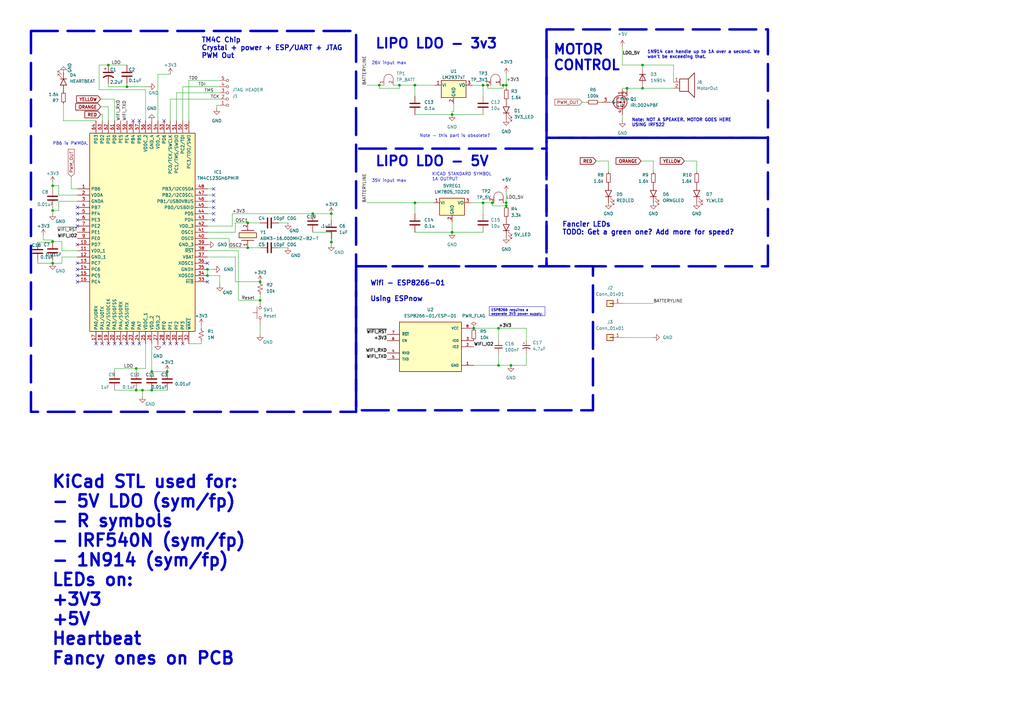
<source format=kicad_sch>
(kicad_sch (version 20231120) (generator "eeschema") (generator_version "8.0")
  (paper "A3")
  (title_block (title "ECE 445L Baseline Project") (date "2023-12-11") (rev "v1.0.0") (company "The University of Texas at Austin"))
  (lib_symbols
    (symbol "ABM3-16_000MHZ-B2-T:ABM3-16.000MHZ-B2-T" (pin_names hide)
      (property "Reference" "Y" (at 8.89 6.35 0))
      (property "Value" "ABM3-16.000MHZ-B2-T" (at 8.89 3.81 0))
      (symbol "ABM3-16.000MHZ-B2-T_1_1"
        (pin passive line (at 0 0 0) (length 2.54) (name "1") (number "1"))
        (pin passive line (at 10.16 0 180) (length 2.54) (name "2") (number "2"))
      )
    )
    (symbol "Connector_Generic:Conn_01x01" (pin_names (offset 1.016) hide)
      (property "Reference" "J" (at 0 2.54 0))
      (property "Value" "Conn_01x01" (at 0 -2.54 0))
      (symbol "Conn_01x01_1_1"
        (pin passive line (at -5.08 0 0) (length 3.81) (name "Pin_1") (number "1"))
      )
    )
    (symbol "Device:C_Polarized_Small_US" (pin_numbers hide) (pin_names (offset 0.254) hide)
      (property "Reference" "C" (at 0.254 1.778 0))
      (property "Value" "C_Polarized_Small_US" (at 0.254 -2.032 0))
      (symbol "C_Polarized_Small_US_1_1"
        (pin passive line (at 0 2.54 270) (length 2.032) (name "~") (number "1"))
        (pin passive line (at 0 -2.54 90) (length 2.032) (name "~") (number "2"))
      )
    )
    (symbol "Device:C_Small" (pin_numbers hide) (pin_names (offset 0.254) hide)
      (property "Reference" "C" (at 0.254 1.778 0))
      (property "Value" "C_Small" (at 0.254 -2.032 0))
      (symbol "C_Small_1_1"
        (pin passive line (at 0 2.54 270) (length 2.032) (name "~") (number "1"))
        (pin passive line (at 0 -2.54 90) (length 2.032) (name "~") (number "2"))
      )
    )
    (symbol "Device:R_Small" (pin_numbers hide) (pin_names (offset 0.254) hide)
      (property "Reference" "R" (at 0.762 0.508 0))
      (property "Value" "R_Small" (at 0.762 -1.016 0))
      (symbol "R_Small_1_1"
        (pin passive line (at 0 2.54 270) (length 0.762) (name "~") (number "1"))
        (pin passive line (at 0 -2.54 90) (length 0.762) (name "~") (number "2"))
      )
    )
    (symbol "Diode:1N914" (pin_numbers hide) (pin_names hide)
      (property "Reference" "D" (at 0 2.54 0))
      (property "Value" "1N914" (at 0 -2.54 0))
      (symbol "1N914_1_1"
        (pin passive line (at -3.81 0 0) (length 2.54) (name "K") (number "1"))
        (pin passive line (at 3.81 0 180) (length 2.54) (name "A") (number "2"))
      )
    )
    (symbol "ECE445L:C" (pin_numbers hide) (pin_names (offset 0.254))
      (property "Reference" "C" (at 0.635 2.54 0))
      (property "Value" "C" (at 0.635 -2.54 0))
      (symbol "C_1_1"
        (pin passive line (at 0 3.81 270) (length 2.794) (name "~") (number "1"))
        (pin passive line (at 0 -3.81 90) (length 2.794) (name "~") (number "2"))
      )
    )
    (symbol "ECE445L:C_Polarized" (pin_numbers hide) (pin_names (offset 0.254) hide)
      (property "Reference" "C" (at 0.635 2.54 0))
      (property "Value" "C_Polarized" (at 0.635 -2.54 0))
      (symbol "C_Polarized_1_1"
        (pin passive line (at 0 3.81 270) (length 2.794) (name "~") (number "1"))
        (pin passive line (at 0 -3.81 90) (length 3.302) (name "~") (number "2"))
      )
    )
    (symbol "ECE445L:Header_5" (pin_names (offset 0) hide)
      (property "Reference" "J" (at 0 2.794 0))
      (property "Value" "Header_5" (at 8.89 -9.525 0))
      (symbol "Header_5_1_1"
        (pin passive line (at 5.08 2.54 180) (length 2.54) (name "A") (number "1"))
        (pin passive line (at 5.08 0 180) (length 2.54) (name "B") (number "2"))
        (pin passive line (at 5.08 -2.54 180) (length 2.54) (name "C") (number "3"))
        (pin passive line (at 5.08 -5.08 180) (length 2.54) (name "C") (number "4"))
        (pin passive line (at 5.08 -7.62 180) (length 2.54) (name "C") (number "5"))
      )
    )
    (symbol "ECE445L:IRLD024PBF"
      (property "Reference" "Q" (at 6.35 5.715 0))
      (property "Value" "IRLD024PBF" (at 16.51 -1.905 0))
      (symbol "IRLD024PBF_1_1"
        (pin passive line (at 13.97 5.715 270) (length 2.54) (name "D") (number "1"))
        (pin passive line (at 15.875 5.715 270) (length 2.54) (name "D") (number "2"))
        (pin input line (at 5.08 0.635 0) (length 4) (name "G") (number "3"))
        (pin passive line (at 13.97 -4.445 90) (length 2.54) (name "S") (number "4"))
      )
    )
    (symbol "ECE445L:LED" (pin_numbers hide) (pin_names (offset 1.016) hide)
      (property "Reference" "D" (at 1.27 1.27 0))
      (property "Value" "LED" (at -5.08 -1.27 0))
      (symbol "LED_1_1"
        (pin passive line (at -1.27 -3.81 90) (length 2.54) (name "K") (number "1"))
        (pin passive line (at -1.27 3.81 270) (length 2.54) (name "A") (number "2"))
      )
    )
    (symbol "ECE445L:R_0.125W" (pin_numbers hide) (pin_names (offset 0.254) hide)
      (property "Reference" "R" (at 0.762 0.508 0))
      (property "Value" "R_0.125W" (at 0.762 -1.016 0))
      (symbol "R_0.125W_1_1"
        (pin passive line (at 0 2.54 270) (length 1.016) (name "~") (number "1"))
        (pin passive line (at 0 -2.54 90) (length 1.016) (name "~") (number "2"))
      )
    )
    (symbol "ECE445L:Speaker" (pin_names (offset 0) hide)
      (property "Reference" "J" (at 1.27 5.715 0))
      (property "Value" "Speaker" (at 1.27 3.81 0))
      (symbol "Speaker_1_1"
        (pin input line (at -5.08 0 0) (length 2.54) (name "1") (number "1"))
        (pin input line (at -5.08 -2.54 0) (length 2.54) (name "2") (number "2"))
      )
    )
    (symbol "ECE445L:TM4C123GH6PMIR"
      (property "Reference" "IC" (at 49.53 27.94 0))
      (property "Value" "TM4C123GH6PMIR" (at 49.53 25.4 0))
      (symbol "TM4C123GH6PMIR_1_1"
        (pin passive line (at 0 0 0) (length 5.08) (name "PB6") (number "1"))
        (pin passive line (at 0 -22.86 0) (length 5.08) (name "PD7") (number "10"))
        (pin passive line (at 0 -25.4 0) (length 5.08) (name "VDD_1") (number "11"))
        (pin passive line (at 0 -27.94 0) (length 5.08) (name "GND_1") (number "12"))
        (pin passive line (at 0 -30.48 0) (length 5.08) (name "PC7") (number "13"))
        (pin passive line (at 0 -33.02 0) (length 5.08) (name "PC6") (number "14"))
        (pin passive line (at 0 -35.56 0) (length 5.08) (name "PC5") (number "15"))
        (pin passive line (at 0 -38.1 0) (length 5.08) (name "PC4") (number "16"))
        (pin passive line (at 7.62 -63.5 90) (length 5.08) (name "PA0/U0RX") (number "17"))
        (pin passive line (at 10.16 -63.5 90) (length 5.08) (name "PA1/U0TX") (number "18"))
        (pin passive line (at 12.7 -63.5 90) (length 5.08) (name "PA2/SSI0C1K") (number "19"))
        (pin passive line (at 0 -2.54 0) (length 5.08) (name "VDDA") (number "2"))
        (pin passive line (at 15.24 -63.5 90) (length 5.08) (name "PA3/SSI0FSS") (number "20"))
        (pin passive line (at 17.78 -63.5 90) (length 5.08) (name "PA4/SSI0RX") (number "21"))
        (pin passive line (at 20.32 -63.5 90) (length 5.08) (name "PA5/SSI0TX") (number "22"))
        (pin passive line (at 22.86 -63.5 90) (length 5.08) (name "PA6") (number "23"))
        (pin passive line (at 25.4 -63.5 90) (length 5.08) (name "PA7") (number "24"))
        (pin passive line (at 27.94 -63.5 90) (length 5.08) (name "VDDC_1") (number "25"))
        (pin passive line (at 30.48 -63.5 90) (length 5.08) (name "VDD_2") (number "26"))
        (pin passive line (at 33.02 -63.5 90) (length 5.08) (name "GND_2") (number "27"))
        (pin passive line (at 35.56 -63.5 90) (length 5.08) (name "PF0") (number "28"))
        (pin passive line (at 38.1 -63.5 90) (length 5.08) (name "PF1") (number "29"))
        (pin passive line (at 0 -5.08 0) (length 5.08) (name "GNDA") (number "3"))
        (pin passive line (at 40.64 -63.5 90) (length 5.08) (name "PF2") (number "30"))
        (pin passive line (at 43.18 -63.5 90) (length 5.08) (name "PF3") (number "31"))
        (pin passive line (at 45.72 -63.5 90) (length 5.08) (name "~{WAKE}") (number "32"))
        (pin passive line (at 53.34 -38.1 180) (length 5.08) (name "~{HIB}") (number "33"))
        (pin passive line (at 53.34 -35.56 180) (length 5.08) (name "XOSC0") (number "34"))
        (pin passive line (at 53.34 -33.02 180) (length 5.08) (name "GNDX") (number "35"))
        (pin passive line (at 53.34 -30.48 180) (length 5.08) (name "XOSC1") (number "36"))
        (pin passive line (at 53.34 -27.94 180) (length 5.08) (name "VBAT") (number "37"))
        (pin passive line (at 53.34 -25.4 180) (length 5.08) (name "~{RST}") (number "38"))
        (pin passive line (at 53.34 -22.86 180) (length 5.08) (name "GND_3") (number "39"))
        (pin passive line (at 0 -7.62 0) (length 5.08) (name "PB7") (number "4"))
        (pin passive line (at 53.34 -20.32 180) (length 5.08) (name "OSC0") (number "40"))
        (pin passive line (at 53.34 -17.78 180) (length 5.08) (name "OSC1") (number "41"))
        (pin passive line (at 53.34 -15.24 180) (length 5.08) (name "VDD_3") (number "42"))
        (pin passive line (at 53.34 -12.7 180) (length 5.08) (name "PD4") (number "43"))
        (pin passive line (at 53.34 -10.16 180) (length 5.08) (name "PD5") (number "44"))
        (pin passive line (at 53.34 -7.62 180) (length 5.08) (name "PB0/USB0ID") (number "45"))
        (pin passive line (at 53.34 -5.08 180) (length 5.08) (name "PB1/USB0VBUS") (number "46"))
        (pin passive line (at 53.34 -2.54 180) (length 5.08) (name "PB2/I2C0SCL") (number "47"))
        (pin passive line (at 53.34 0 180) (length 5.08) (name "PB3/I2C0SDA") (number "48"))
        (pin passive line (at 45.72 27.94 270) (length 5.08) (name "PC3/TDO/SWO") (number "49"))
        (pin passive line (at 0 -10.16 0) (length 5.08) (name "PF4") (number "5"))
        (pin passive line (at 43.18 27.94 270) (length 5.08) (name "PC2/TDI") (number "50"))
        (pin passive line (at 40.64 27.94 270) (length 5.08) (name "PC1/TMS/SWDIO") (number "51"))
        (pin passive line (at 38.1 27.94 270) (length 5.08) (name "PC0/TCK/SWCLK") (number "52"))
        (pin passive line (at 35.56 27.94 270) (length 5.08) (name "PD6") (number "53"))
        (pin passive line (at 33.02 27.94 270) (length 5.08) (name "VDD_4") (number "54"))
        (pin passive line (at 30.48 27.94 270) (length 5.08) (name "GND_4") (number "55"))
        (pin passive line (at 27.94 27.94 270) (length 5.08) (name "VDDC_2") (number "56"))
        (pin passive line (at 25.4 27.94 270) (length 5.08) (name "PB5") (number "57"))
        (pin passive line (at 22.86 27.94 270) (length 5.08) (name "PB4") (number "58"))
        (pin passive line (at 20.32 27.94 270) (length 5.08) (name "PE4") (number "59"))
        (pin passive line (at 0 -12.7 0) (length 5.08) (name "PE3") (number "6"))
        (pin passive line (at 17.78 27.94 270) (length 5.08) (name "PE5") (number "60"))
        (pin passive line (at 15.24 27.94 270) (length 5.08) (name "PD0") (number "61"))
        (pin passive line (at 12.7 27.94 270) (length 5.08) (name "PD1") (number "62"))
        (pin passive line (at 10.16 27.94 270) (length 5.08) (name "PD2") (number "63"))
        (pin passive line (at 7.62 27.94 270) (length 5.08) (name "PD3") (number "64"))
        (pin passive line (at 0 -15.24 0) (length 5.08) (name "PE2") (number "7"))
        (pin passive line (at 0 -17.78 0) (length 5.08) (name "PE1") (number "8"))
        (pin passive line (at 0 -20.32 0) (length 5.08) (name "PE0") (number "9"))
      )
    )
    (symbol "ECE445L:Testpoint" (pin_names (offset 0) hide)
      (property "Reference" "TP" (at 0 2.794 0))
      (property "Value" "TP" (at 0 -2.286 0))
      (symbol "Testpoint_1_1"
        (pin passive line (at -1.905 0 90) (length 2.54) (name "A") (number "1"))
        (pin passive line (at 1.905 0 90) (length 2.54) (name "B") (number "2"))
      )
    )
    (symbol "GND_1" (power) (pin_numbers hide) (pin_names (offset 0) hide)
      (property "Value" "GND" (at 0 -3.81 0))
      (symbol "GND_1_1_1"
        (pin power_in line (at 0 0 270) (length 0) (name "~") (number "1"))
      )
    )
    (symbol "Regulator_Linear:LM2937xT" (pin_names (offset 0.254))
      (property "Reference" "U" (at -3.81 3.175 0))
      (property "Value" "LM2937xT" (at 0 3.175 0))
      (symbol "LM2937xT_1_1"
        (pin power_in line (at -7.62 0 0) (length 2.54) (name "VI") (number "1"))
        (pin power_in line (at 0 -7.62 90) (length 2.54) (name "GND") (number "2"))
        (pin power_out line (at 7.62 0 180) (length 2.54) (name "VO") (number "3"))
      )
    )
    (symbol "Regulator_Linear:LM7805_TO220" (pin_names (offset 0.254))
      (property "Reference" "U" (at -3.81 3.175 0))
      (property "Value" "LM7805_TO220" (at 0 3.175 0))
      (symbol "LM7805_TO220_1_1"
        (pin power_in line (at -7.62 0 0) (length 2.54) (name "VI") (number "1"))
        (pin power_in line (at 0 -7.62 90) (length 2.54) (name "GND") (number "2"))
        (pin power_out line (at 7.62 0 180) (length 2.54) (name "VO") (number "3"))
      )
    )
    (symbol "Switch:SW_Push" (pin_numbers hide) (pin_names (offset 1.016) hide)
      (property "Reference" "SW" (at 1.27 2.54 0))
      (property "Value" "SW_Push" (at 0 -1.524 0))
      (symbol "SW_Push_0_1"
        (pin passive line (at -5.08 0 0) (length 2.54) (name "1") (number "1"))
        (pin passive line (at 5.08 0 180) (length 2.54) (name "2") (number "2"))
      )
    )
    (symbol "ai_thinker_ESP8266_01:ESP8266-01/ESP-01" (pin_names (offset 1.016))
      (property "Reference" "U" (at -12.7094 10.6778 0))
      (property "Value" "ESP8266-01{slash}ESP-01" (at -12.7131 -12.7131 0))
      (symbol "ESP8266-01/ESP-01_0_0"
        (pin power_in line (at 17.78 -7.62 180) (length 5.08) (name "GND") (number "1"))
        (pin bidirectional line (at 17.78 0 180) (length 5.08) (name "IO2") (number "2"))
        (pin bidirectional line (at 17.78 2.54 180) (length 5.08) (name "IO0") (number "3"))
        (pin input line (at -17.78 -2.54 0) (length 5.08) (name "RXD") (number "4"))
        (pin output line (at -17.78 -5.08 0) (length 5.08) (name "TXD") (number "5"))
        (pin input line (at -17.78 2.54 0) (length 5.08) (name "EN") (number "6"))
        (pin input line (at -17.78 5.08 0) (length 5.08) (name "~{RST}") (number "7"))
        (pin power_in line (at 17.78 7.62 180) (length 5.08) (name "VCC") (number "8"))
      )
    )
    (symbol "power:+3V3" (power) (pin_names (offset 0))
      (property "Value" "+3V3" (at 0 3.556 0))
      (symbol "+3V3_1_1"
        (pin power_in line (at 0 0 90) (length 0) hide (name "+3V3") (number "1"))
      )
    )
    (symbol "power:+5V" (power) (pin_names (offset 0))
      (property "Value" "+5V" (at 0 3.556 0))
      (symbol "+5V_1_1"
        (pin power_in line (at 0 0 90) (length 0) hide (name "+5V") (number "1"))
      )
    )
    (symbol "power:GND" (power) (pin_names (offset 0))
      (property "Value" "GND" (at 0 -3.81 0))
      (symbol "GND_1_1"
        (pin power_in line (at 0 0 270) (length 0) hide (name "GND") (number "1"))
      )
    )
    (symbol "power:PWR_FLAG" (power) (pin_numbers hide) (pin_names (offset 0) hide)
      (property "Value" "PWR_FLAG" (at 0 3.81 0))
      (symbol "PWR_FLAG_0_0"
        (pin power_out line (at 0 0 90) (length 0) (name "pwr") (number "1"))
      )
    )
  )
  (junction (at 257.175 36.195))
  (junction (at 101.6 101.6))
  (junction (at 185.42 46.99))
  (junction (at 207.645 84.455))
  (junction (at 198.12 34.925))
  (junction (at 207.645 83.185))
  (junction (at 128.27 87.63))
  (junction (at 44.45 26.67))
  (junction (at 207.645 34.925))
  (junction (at 21.59 86.36))
  (junction (at 85.09 113.03))
  (junction (at 55.88 160.02))
  (junction (at 170.18 34.925))
  (junction (at 62.23 160.02))
  (junction (at 58.42 160.02))
  (junction (at 106.68 123.19))
  (junction (at 135.89 99.314))
  (junction (at 101.6 91.44))
  (junction (at 135.89 87.63))
  (junction (at 155.575 34.925))
  (junction (at 194.31 134.62))
  (junction (at 55.88 151.13))
  (junction (at 21.59 107.95))
  (junction (at 209.55 149.86))
  (junction (at 170.18 83.185))
  (junction (at 21.59 76.2))
  (junction (at 201.93 83.185))
  (junction (at 263.525 36.195))
  (junction (at 68.58 152.4))
  (junction (at 52.07 35.56))
  (junction (at 200.025 34.925))
  (junction (at 206.375 34.925))
  (junction (at 185.42 95.25))
  (junction (at 204.47 149.86))
  (junction (at 21.59 99.06))
  (junction (at 106.68 115.57))
  (junction (at 85.09 110.49))
  (junction (at 263.525 26.67))
  (junction (at 163.83 34.925))
  (junction (at 198.12 83.185))
  (junction (at 204.47 134.62))
  (junction (at 62.23 152.4))
  (no_connect (at 52.07 140.97))
  (no_connect (at 74.93 140.97))
  (no_connect (at 31.75 100.33))
  (no_connect (at 69.85 140.97))
  (no_connect (at 44.45 140.97))
  (no_connect (at 67.31 49.53))
  (no_connect (at 72.39 140.97))
  (no_connect (at 87.63 80.01))
  (no_connect (at 31.75 87.63))
  (no_connect (at 46.99 140.97))
  (no_connect (at 41.91 140.97))
  (no_connect (at 87.63 85.09))
  (no_connect (at 31.75 85.09))
  (no_connect (at 31.75 107.95))
  (no_connect (at 31.75 115.57))
  (no_connect (at 87.63 82.55))
  (no_connect (at 67.31 140.97))
  (no_connect (at 87.63 77.47))
  (no_connect (at 49.53 140.97))
  (no_connect (at 54.61 49.53))
  (no_connect (at 87.63 87.63))
  (no_connect (at 31.75 110.49))
  (no_connect (at 57.15 49.53))
  (no_connect (at 54.61 140.97))
  (no_connect (at 85.09 107.95))
  (no_connect (at 31.75 92.71))
  (no_connect (at 39.37 140.97))
  (no_connect (at 87.63 90.17))
  (no_connect (at 31.75 113.03))
  (no_connect (at 57.15 140.97))
  (no_connect (at 85.09 115.57))
  (no_connect (at 31.75 90.17))
  (wire (pts (xy 52.07 35.56) (xy 60.96 35.56)))
  (wire (pts (xy 29.21 72.39) (xy 29.21 77.47)))
  (wire (pts (xy 41.275 40.64) (xy 46.99 40.64)))
  (wire (pts (xy 77.47 33.02) (xy 77.47 49.53)))
  (wire (pts (xy 82.55 133.35) (xy 82.55 134.62)))
  (wire (pts (xy 255.27 36.195) (xy 257.175 36.195)))
  (wire (pts (xy 25.4 105.41) (xy 25.4 107.95)))
  (wire (pts (xy 21.59 98.425) (xy 21.59 99.06)))
  (wire (pts (xy 88.9 43.18) (xy 90.17 43.18)))
  (wire (pts (xy 170.18 34.925) (xy 170.18 39.37)))
  (wire (pts (xy 85.09 85.09) (xy 87.63 85.09)))
  (wire (pts (xy 85.09 97.79) (xy 93.98 97.79)))
  (wire (pts (xy 85.09 95.25) (xy 96.52 95.25)))
  (wire (pts (xy 198.12 46.99) (xy 185.42 46.99)))
  (wire (pts (xy 170.18 34.925) (xy 178.435 34.925)))
  (wire (pts (xy 204.47 144.78) (xy 204.47 149.86)))
  (wire (pts (xy 255.27 46.99) (xy 255.27 49.53)))
  (wire (pts (xy 88.9 44.45) (xy 88.9 43.18)))
  (wire (pts (xy 186.055 45.72) (xy 185.42 45.72)))
  (wire (pts (xy 44.45 35.56) (xy 52.07 35.56)))
  (wire (pts (xy 21.59 107.95) (xy 21.59 106.68)))
  (wire (pts (xy 200.025 34.925) (xy 201.295 34.925)))
  (wire (pts (xy 193.675 34.925) (xy 198.12 34.925)))
  (wire (pts (xy 257.175 36.195) (xy 257.175 36.83)))
  (polyline (pts (xy 224.155 60.96) (xy 224.155 109.22)) (stroke (width 1) (type dash)))
  (wire (pts (xy 128.27 95.25) (xy 136.144 95.25)))
  (wire (pts (xy 44.45 34.29) (xy 44.45 35.56)))
  (wire (pts (xy 59.69 151.13) (xy 55.88 151.13)))
  (wire (pts (xy 194.31 134.62) (xy 204.47 134.62)))
  (wire (pts (xy 85.09 80.01) (xy 87.63 80.01)))
  (wire (pts (xy 41.275 46.99) (xy 41.91 46.99)))
  (wire (pts (xy 52.07 34.29) (xy 52.07 35.56)))
  (wire (pts (xy 40.64 26.67) (xy 44.45 26.67)))
  (polyline (pts (xy 224.155 12.7) (xy 224.155 60.96)) (stroke (width 1) (type dash)))
  (wire (pts (xy 170.18 83.185) (xy 177.8 83.185)))
  (wire (pts (xy 93.98 101.6) (xy 101.6 101.6)))
  (wire (pts (xy 21.59 74.93) (xy 21.59 76.2)))
  (wire (pts (xy 95.25 87.63) (xy 128.27 87.63)))
  (wire (pts (xy 95.25 92.71) (xy 95.25 87.63)))
  (wire (pts (xy 101.6 101.6) (xy 106.68 101.6)))
  (wire (pts (xy 29.21 77.47) (xy 31.75 77.47)))
  (wire (pts (xy 135.89 87.63) (xy 135.89 90.17)))
  (wire (pts (xy 93.98 97.79) (xy 93.98 101.6)))
  (wire (pts (xy 106.68 120.65) (xy 106.68 123.19)))
  (wire (pts (xy 96.52 91.44) (xy 101.6 91.44)))
  (wire (pts (xy 207.645 83.185) (xy 207.645 84.455)))
  (wire (pts (xy 40.64 36.83) (xy 40.64 26.67)))
  (wire (pts (xy 215.9 144.78) (xy 215.9 149.86)))
  (wire (pts (xy 24.13 80.01) (xy 31.75 80.01)))
  (wire (pts (xy 200.025 36.195) (xy 206.375 36.195)))
  (wire (pts (xy 26.035 42.545) (xy 26.035 49.53)))
  (wire (pts (xy 198.12 34.925) (xy 198.12 39.37)))
  (wire (pts (xy 155.575 34.925) (xy 155.575 36.195)))
  (wire (pts (xy 62.23 160.02) (xy 68.58 160.02)))
  (wire (pts (xy 198.12 95.25) (xy 185.42 95.25)))
  (wire (pts (xy 267.97 66.04) (xy 267.97 70.485)))
  (wire (pts (xy 15.494 106.934) (xy 15.494 107.95)))
  (wire (pts (xy 244.475 66.04) (xy 249.555 66.04)))
  (wire (pts (xy 85.09 87.63) (xy 87.63 87.63)))
  (wire (pts (xy 90.17 38.1) (xy 72.39 38.1)))
  (wire (pts (xy 97.79 123.19) (xy 106.68 123.19)))
  (wire (pts (xy 41.91 46.99) (xy 41.91 49.53)))
  (wire (pts (xy 17.78 98.425) (xy 21.59 98.425)))
  (polyline (pts (xy 147.32 60.96) (xy 224.155 60.96)) (stroke (width 1) (type dash)))
  (wire (pts (xy 85.09 77.47) (xy 87.63 77.47)))
  (wire (pts (xy 255.27 138.43) (xy 267.97 138.43)))
  (wire (pts (xy 59.69 140.97) (xy 59.69 151.13)))
  (polyline (pts (xy 147.32 109.22) (xy 224.155 109.22)) (stroke (width 1) (type dash)))
  (wire (pts (xy 96.52 115.57) (xy 106.68 115.57)))
  (wire (pts (xy 206.375 36.195) (xy 206.375 34.925)))
  (wire (pts (xy 136.144 99.314) (xy 135.89 99.314)))
  (wire (pts (xy 72.39 38.1) (xy 72.39 49.53)))
  (wire (pts (xy 77.47 33.02) (xy 90.17 33.02)))
  (wire (pts (xy 26.035 49.53) (xy 39.37 49.53)))
  (wire (pts (xy 24.13 82.55) (xy 31.75 82.55)))
  (wire (pts (xy 59.69 36.83) (xy 59.69 49.53)))
  (wire (pts (xy 69.85 40.64) (xy 90.17 40.64)))
  (wire (pts (xy 82.55 140.97) (xy 82.55 139.7)))
  (wire (pts (xy 204.47 134.62) (xy 204.47 139.7)))
  (wire (pts (xy 150.495 83.185) (xy 170.18 83.185)))
  (wire (pts (xy 238.76 41.91) (xy 240.665 41.91)))
  (wire (pts (xy 204.47 149.86) (xy 209.55 149.86)))
  (wire (pts (xy 24.13 82.55) (xy 24.13 86.36)))
  (wire (pts (xy 24.13 86.36) (xy 21.59 86.36)))
  (wire (pts (xy 263.525 26.67) (xy 263.525 27.94)))
  (wire (pts (xy 186.055 42.545) (xy 186.055 45.72)))
  (wire (pts (xy 85.09 102.87) (xy 97.79 102.87)))
  (wire (pts (xy 207.645 34.925) (xy 207.645 30.48)))
  (wire (pts (xy 21.59 76.2) (xy 21.59 77.47)))
  (wire (pts (xy 200.025 34.925) (xy 200.025 36.195)))
  (wire (pts (xy 114.3 91.44) (xy 118.11 91.44)))
  (wire (pts (xy 198.12 34.925) (xy 200.025 34.925)))
  (wire (pts (xy 74.93 35.56) (xy 90.17 35.56)))
  (wire (pts (xy 21.59 85.09) (xy 21.59 86.36)))
  (wire (pts (xy 62.23 140.97) (xy 62.23 152.4)))
  (wire (pts (xy 55.88 160.02) (xy 58.42 160.02)))
  (wire (pts (xy 17.78 96.52) (xy 17.78 98.425)))
  (wire (pts (xy 280.67 66.04) (xy 285.75 66.04)))
  (wire (pts (xy 85.09 90.17) (xy 87.63 90.17)))
  (wire (pts (xy 249.555 66.04) (xy 249.555 70.485)))
  (wire (pts (xy 255.27 124.46) (xy 267.97 124.46)))
  (wire (pts (xy 69.85 49.53) (xy 69.85 40.64)))
  (wire (pts (xy 128.27 87.63) (xy 135.89 87.63)))
  (wire (pts (xy 44.45 43.815) (xy 44.45 49.53)))
  (wire (pts (xy 207.645 83.185) (xy 207.645 78.74)))
  (wire (pts (xy 205.105 34.925) (xy 206.375 34.925)))
  (wire (pts (xy 97.79 102.87) (xy 97.79 123.19)))
  (wire (pts (xy 90.17 113.03) (xy 90.17 116.84)))
  (wire (pts (xy 96.52 105.41) (xy 96.52 115.57)))
  (wire (pts (xy 85.09 105.41) (xy 96.52 105.41)))
  (wire (pts (xy 201.93 84.455) (xy 207.645 84.455)))
  (wire (pts (xy 185.42 90.805) (xy 185.42 95.25)))
  (wire (pts (xy 40.64 36.83) (xy 59.69 36.83)))
  (wire (pts (xy 198.12 83.185) (xy 201.93 83.185)))
  (wire (pts (xy 155.575 34.925) (xy 157.48 34.925)))
  (wire (pts (xy 285.75 66.04) (xy 285.75 70.485)))
  (wire (pts (xy 46.99 160.02) (xy 55.88 160.02)))
  (wire (pts (xy 77.47 140.97) (xy 82.55 140.97)))
  (wire (pts (xy 85.09 82.55) (xy 87.63 82.55)))
  (wire (pts (xy 276.225 33.655) (xy 276.225 26.67)))
  (wire (pts (xy 46.99 151.13) (xy 55.88 151.13)))
  (wire (pts (xy 194.31 149.86) (xy 204.47 149.86)))
  (wire (pts (xy 276.225 26.67) (xy 263.525 26.67)))
  (wire (pts (xy 193.04 83.185) (xy 198.12 83.185)))
  (wire (pts (xy 41.275 43.815) (xy 44.45 43.815)))
  (wire (pts (xy 62.23 160.02) (xy 58.42 160.02)))
  (wire (pts (xy 31.75 105.41) (xy 25.4 105.41)))
  (wire (pts (xy 201.93 83.185) (xy 202.565 83.185)))
  (wire (pts (xy 136.144 95.25) (xy 136.144 99.314)))
  (wire (pts (xy 44.45 26.67) (xy 52.07 26.67)))
  (wire (pts (xy 85.09 110.49) (xy 85.09 113.03)))
  (wire (pts (xy 207.645 34.925) (xy 207.645 36.195)))
  (wire (pts (xy 206.375 34.925) (xy 207.645 34.925)))
  (wire (pts (xy 263.525 35.56) (xy 263.525 36.195)))
  (wire (pts (xy 161.29 34.925) (xy 163.83 34.925)))
  (wire (pts (xy 135.89 97.79) (xy 135.89 99.314)))
  (wire (pts (xy 24.13 80.01) (xy 24.13 76.2)))
  (wire (pts (xy 21.59 86.36) (xy 21.59 87.63)))
  (wire (pts (xy 170.18 46.99) (xy 185.42 46.99)))
  (wire (pts (xy 255.27 19.05) (xy 255.27 26.67)))
  (wire (pts (xy 106.68 133.35) (xy 106.68 137.16)))
  (wire (pts (xy 163.83 36.195) (xy 163.83 34.925)))
  (wire (pts (xy 25.4 102.87) (xy 31.75 102.87)))
  (wire (pts (xy 185.42 46.99) (xy 185.42 45.72)))
  (wire (pts (xy 201.93 83.185) (xy 201.93 84.455)))
  (wire (pts (xy 263.525 26.67) (xy 255.27 26.67)))
  (wire (pts (xy 25.4 99.06) (xy 25.4 102.87)))
  (wire (pts (xy 21.59 99.06) (xy 25.4 99.06)))
  (wire (pts (xy 25.4 107.95) (xy 21.59 107.95)))
  (wire (pts (xy 215.9 139.7) (xy 215.9 134.62)))
  (wire (pts (xy 204.47 134.62) (xy 215.9 134.62)))
  (wire (pts (xy 21.59 107.95) (xy 15.494 107.95)))
  (wire (pts (xy 209.55 149.86) (xy 215.9 149.86)))
  (wire (pts (xy 85.09 113.03) (xy 90.17 113.03)))
  (wire (pts (xy 87.63 110.49) (xy 85.09 110.49)))
  (wire (pts (xy 262.89 66.04) (xy 267.97 66.04)))
  (wire (pts (xy 15.494 99.314) (xy 21.59 99.314)))
  (wire (pts (xy 96.52 95.25) (xy 96.52 91.44)))
  (wire (pts (xy 21.59 76.2) (xy 24.13 76.2)))
  (wire (pts (xy 135.89 99.314) (xy 135.89 100.33)))
  (wire (pts (xy 245.745 41.91) (xy 246.38 41.91)))
  (wire (pts (xy 64.77 49.53) (xy 64.77 30.48)))
  (wire (pts (xy 85.09 92.71) (xy 95.25 92.71)))
  (wire (pts (xy 46.99 152.4) (xy 46.99 151.13)))
  (wire (pts (xy 62.23 152.4) (xy 68.58 152.4)))
  (wire (pts (xy 21.59 99.314) (xy 21.59 99.06)))
  (wire (pts (xy 114.3 101.6) (xy 118.11 101.6)))
  (wire (pts (xy 198.12 83.185) (xy 198.12 87.63)))
  (wire (pts (xy 263.525 36.195) (xy 276.225 36.195)))
  (wire (pts (xy 55.88 151.13) (xy 55.88 152.4)))
  (wire (pts (xy 155.575 36.195) (xy 163.83 36.195)))
  (wire (pts (xy 255.27 36.195) (xy 255.27 36.83)))
  (wire (pts (xy 46.99 40.64) (xy 46.99 49.53)))
  (wire (pts (xy 101.6 91.44) (xy 106.68 91.44)))
  (wire (pts (xy 206.375 83.185) (xy 207.645 83.185)))
  (wire (pts (xy 150.495 34.925) (xy 155.575 34.925)))
  (wire (pts (xy 74.93 49.53) (xy 74.93 35.56)))
  (wire (pts (xy 163.83 34.925) (xy 170.18 34.925)))
  (wire (pts (xy 58.42 160.02) (xy 58.42 162.56)))
  (wire (pts (xy 64.77 30.48) (xy 69.85 30.48)))
  (wire (pts (xy 170.18 95.25) (xy 185.42 95.25)))
  (wire (pts (xy 257.175 36.195) (xy 263.525 36.195)))
  (wire (pts (xy 170.18 83.185) (xy 170.18 87.63)))
  (rectangle (start 224.155 56.515) (end 314.96 109.22) (stroke (width 1) (type dash)))
  (rectangle (start 224.155 12.065) (end 314.96 56.515) (stroke (width 1) (type dash)))
  (rectangle (start 12.7 12.7) (end 146.05 168.91) (stroke (width 1) (type dash)))
  (rectangle (start 146.05 109.22) (end 243.205 168.275) (stroke (width 1) (type dash)))
  (text_box "ESP8266 requires a separate 3V3 power supply." (at 200.66 125.73 0) (size 22.86 3.81) (effects (font (size 1 1) (bold yes)) (justify left top)))
  (text "Note - this part is obsolete?" (at 172.085 56.515 0) (effects (font (size 1.27 1.27)) (justify left bottom)))
  (text "35V input max" (at 152.4 74.93 0) (effects (font (size 1.27 1.27)) (justify left bottom)))
  (text "KICAD STANDARD SYMBOL\n1A OUTPUT" (at 177.165 74.295 0) (effects (font (size 1.27 1.27)) (justify left bottom)))
  (text "TM4C Chip\nCrystal + power + ESP/UART + JTAG\nPWM Out" (at 82.55 24.13 0) (effects (font (size 2 2) (thickness 0.4) (bold yes)) (justify left bottom)))
  (text "Fancier LEDs\nTODO: Get a green one? Add more for speed?" (at 230.505 96.52 0) (effects (font (size 2 2) (bold yes)) (justify left bottom)))
  (text "1N914 can handle up to 1A over a second. We\nwon't be exceeding that." (at 265.43 24.13 0) (effects (font (size 1.27 1.27) (bold yes)) (justify left bottom)))
  (text "LIPO LDO - 5V" (at 153.67 68.58 0) (effects (font (size 4 4) (thickness 0.8) (bold yes)) (justify left bottom)))
  (text "KiCad STL used for:\n- 5V LDO (sym/fp)\n- R symbols\n- IRF540N (sym/fp)\n- 1N914 (sym/fp)\nLEDs on:\n+3V3\n+5V\nHeartbeat\nFancy ones on PCB" (at 20.955 273.05 0) (effects (font (size 5 5) (bold yes)) (justify left bottom)))
  (text "MOTOR\nCONTROL" (at 226.695 29.21 0) (effects (font (size 4 4) (bold yes)) (justify left bottom)))
  (text "Wifi - ESP8266-01\n\nUsing ESPnow" (at 151.765 123.825 0) (effects (font (size 2 2) (thickness 0.4) (bold yes)) (justify left bottom)))
  (text "26V input max" (at 152.4 26.67 0) (effects (font (size 1.27 1.27)) (justify left bottom)))
  (text "LIPO LDO - 3v3" (at 153.67 20.32 0) (effects (font (size 4 4) (thickness 0.8) (bold yes)) (justify left bottom)))
  (text "Note: NOT A SPEAKER. MOTOR GOES HERE\nUSING IRF522" (at 259.08 52.07 0) (effects (font (size 1.27 1.27) (bold yes)) (justify left bottom)))
  (text "PB6 is PWM0A." (at 21.59 59.69 0) (effects (font (size 1.27 1.27)) (justify left bottom)))
  (label "+3V3" (at 204.47 134.62 0) (effects (font (bold yes))))
  (label "LDO" (at 45.72 26.67 0))
  (label "OSC2" (at 93.98 101.6 0))
  (label "TCK" (at 86.36 40.64 0))
  (label "Reset" (at 99.06 123.19 0))
  (label "WIFI_TXD" (at 52.07 49.53 90))
  (label "WIFI_IO2" (at 31.75 97.79 180) (effects (font (bold yes))))
  (label "OSC1" (at 96.52 91.44 0))
  (label "+3V3" (at 95.25 87.63 0))
  (label "WIFI_RXD" (at 49.53 49.53 90))
  (label "~{WIFI_RST}" (at 31.75 95.25 180))
  (label "BATTERYLINE" (at 150.495 34.925 90))
  (label "+3V3" (at 207.645 33.655 0))
  (label "+3V3" (at 158.75 139.7 180) (effects (font (bold yes))))
  (label "BATTERYLINE" (at 150.495 83.185 90))
  (label "WIFI_IO2" (at 194.31 142.24 0) (effects (font (bold yes))))
  (label "LDO_5V" (at 255.27 22.86 0) (effects (font (bold yes))))
  (label "LDO_5V" (at 207.645 81.915 0))
  (label "LDO" (at 50.8 151.13 0))
  (label "TD0" (at 77.47 33.02 0))
  (label "TDI" (at 81.28 35.56 0))
  (label "BATTERYLINE" (at 267.97 124.46 0))
  (label "TMS" (at 83.82 38.1 0))
  (label "WIFI_TXD" (at 158.75 147.32 180) (effects (font (bold yes))))
  (label "~{WIFI_RST}" (at 158.75 137.16 180) (effects (font (bold yes))))
  (label "WIFI_RXD" (at 158.75 144.78 180) (effects (font (bold yes))))
  (global_label "ORANGE" (shape input) (at 41.275 43.815 180) (effects (font (bold yes))) (property "Intersheetrefs" "${INTERSHEET_REFS}" (effects (hide yes))))
  (global_label "PWM_OUT" (shape input) (at 29.21 72.39 90) (property "Intersheetrefs" "${INTERSHEET_REFS}" (effects (hide yes))))
  (global_label "YELLOW" (shape input) (at 280.67 66.04 180) (effects (font (bold yes))) (property "Intersheetrefs" "${INTERSHEET_REFS}" (effects (hide yes))))
  (global_label "PWM_OUT" (shape input) (at 238.76 41.91 180) (property "Intersheetrefs" "${INTERSHEET_REFS}" (effects (hide yes))))
  (global_label "RED" (shape input) (at 41.275 46.99 180) (effects (font (bold yes))) (property "Intersheetrefs" "${INTERSHEET_REFS}" (effects (hide yes))))
  (global_label "RED" (shape input) (at 244.475 66.04 180) (effects (font (bold yes))) (property "Intersheetrefs" "${INTERSHEET_REFS}" (effects (hide yes))))
  (global_label "ORANGE" (shape input) (at 262.89 66.04 180) (effects (font (bold yes))) (property "Intersheetrefs" "${INTERSHEET_REFS}" (effects (hide yes))))
  (global_label "YELLOW" (shape input) (at 41.275 40.64 180) (effects (font (bold yes))) (property "Intersheetrefs" "${INTERSHEET_REFS}" (effects (hide yes))))
  (symbol (lib_id "Device:R_Small") (at 243.205 41.91 90) (unit 1)
    (property "Reference" "R6" (at 243.205 36.83 90))
    (property "Value" "100k" (at 243.205 39.37 90))
    (property "Footprint" "ECE445L:R_Axial_DIN0204_L3.6mm_D1.6mm_P7.62mm_Horizontal" (effects (hide yes)))
  )
  (symbol (lib_id "power:GND") (at 118.11 91.44 0) (unit 1)
    (property "Reference" "#PWR014" (effects (hide yes)))
    (property "Value" "GND" (at 120.65 94.615 0))
  )
  (symbol (lib_id "power:GND") (at 60.96 35.56 90) (unit 1)
    (property "Reference" "#PWR09" (effects (hide yes)))
    (property "Value" "GND" (at 60.96 38.1 90) (effects (justify right)))
  )
  (symbol (lib_id "ECE445L:C") (at 21.59 102.87 0) (unit 1)
    (property "Reference" "C7" (at 17.78 100.33 0) (effects (justify left)))
    (property "Value" "0.1uF" (at 16.51 105.41 0) (effects (justify left)))
    (property "Footprint" "ECE445L:C_Axial_200mil" (effects (hide yes)))
  )
  (symbol (lib_id "power:GND") (at 207.645 48.895 0) (unit 1)
    (property "Reference" "#PWR025" (effects (hide yes)))
    (property "Value" "GND" (at 207.645 53.975 0))
  )
  (symbol (lib_id "ECE445L:C") (at 128.27 91.44 0) (unit 1)
    (property "Reference" "C19" (at 125.73 88.9 0) (effects (justify left)))
    (property "Value" ".1uF" (at 131.445 92.71 0) (effects (justify left)))
    (property "Footprint" "ECE445L:C_Axial_200mil" (effects (hide yes)))
  )
  (symbol (lib_id "Device:C_Polarized_Small_US") (at 215.9 142.24 0) (unit 1)
    (property "Reference" "C17" (at 218.44 140.5382 0) (effects (justify left)))
    (property "Value" "4.7uF" (at 218.44 143.0782 0) (effects (justify left)))
    (property "Footprint" "Capacitor_THT:CP_Axial_L10.0mm_D4.5mm_P15.00mm_Horizontal" (effects (hide yes)))
  )
  (symbol (lib_id "power:+3V3") (at 68.58 152.4 0) (unit 1)
    (property "Reference" "#PWR021" (effects (hide yes)))
    (property "Value" "+3V3" (at 68.58 148.59 0))
  )
  (symbol (lib_id "ECE445L:LED") (at 208.915 93.345 0) (unit 1)
    (property "Reference" "D2" (at 210.82 93.6625 0) (effects (justify left)))
    (property "Value" "5V_LED" (at 210.82 96.2025 0) (effects (justify left)))
    (property "Footprint" "ECE445L:LED_D5.0mm" (effects (hide yes)))
    (property "Datasheet" "https://users.ece.utexas.edu/~valvano/mspm0/HLMP-4700.pdf" (effects (hide yes)))
  )
  (symbol (lib_id "ECE445L:C") (at 170.18 91.44 0) (unit 1)
    (property "Reference" "C14" (at 173.99 90.17 0) (effects (justify left)))
    (property "Value" "0.1u" (at 173.99 92.71 0) (effects (justify left)))
    (property "Footprint" "ECE445L:C_Axial_200mil" (effects (hide yes)))
  )
  (symbol (lib_id "Device:R_Small") (at 26.035 40.005 180) (unit 1)
    (property "Reference" "R7" (at 24.13 41.275 0) (effects (justify left)))
    (property "Value" "1.6k" (at 24.13 38.735 0) (effects (justify left)))
    (property "Footprint" "ECE445L:R_Axial_DIN0204_L3.6mm_D1.6mm_P7.62mm_Horizontal" (effects (hide yes)))
  )
  (symbol (lib_id "ECE445L:Testpoint") (at 159.385 34.925 0) (unit 1)
    (property "Reference" "TP1" (at 162.56 30.1624 0) (effects (justify left)))
    (property "Value" "TP_BATT" (at 162.56 32.7024 0) (effects (justify left)))
    (property "Footprint" "ECE445L:Testpoint_1x02_P2.54mm" (effects (hide yes)))
  )
  (symbol (lib_id "power:GND") (at 62.23 49.53 180) (unit 1)
    (property "Reference" "#PWR06" (effects (hide yes)))
    (property "Value" "GND" (at 62.23 44.45 0))
  )
  (symbol (lib_name "GND_1") (lib_id "power:GND") (at 267.97 138.43 90) (unit 1)
    (property "Reference" "#PWR022" (effects (hide yes)))
    (property "Value" "GND" (at 271.78 138.4299 90) (effects (justify right)))
    (property "Description" "Power symbol creates a global label with name \"GND\" , ground" (effects (hide yes)))
  )
  (symbol (lib_id "Device:R_Small") (at 207.645 86.995 0) (unit 1)
    (property "Reference" "R4" (at 209.55 85.725 0) (effects (justify left)))
    (property "Value" "3.3k" (at 209.55 88.265 0) (effects (justify left)))
    (property "Footprint" "ECE445L:R_Axial_DIN0204_L3.6mm_D1.6mm_P7.62mm_Horizontal" (effects (hide yes)))
  )
  (symbol (lib_id "Device:R_Small") (at 194.31 137.16 0) (unit 1)
    (property "Reference" "R5" (at 196.85 135.89 0) (effects (justify left)))
    (property "Value" "10k" (at 196.85 138.43 0) (effects (justify left)))
    (property "Footprint" "ECE445L:R_Axial_DIN0204_L3.6mm_D1.6mm_P7.62mm_Horizontal" (effects (hide yes)))
  )
  (symbol (lib_id "ECE445L:LED") (at 287.02 79.375 0) (unit 1)
    (property "Reference" "D7" (at 289.56 79.6925 0) (effects (justify left)))
    (property "Value" "YLWLED" (at 289.56 82.2325 0) (effects (justify left)))
    (property "Footprint" "ECE445L:LED_D5.0mm" (effects (hide yes)))
    (property "Datasheet" "https://users.ece.utexas.edu/~valvano/mspm0/HLMP-4700.pdf" (effects (hide yes)))
  )
  (symbol (lib_id "ECE445L:C") (at 46.99 156.21 0) (unit 1)
    (property "Reference" "C9" (at 44.45 153.67 0) (effects (justify left)))
    (property "Value" "1uF" (at 41.275 158.75 0) (effects (justify left)))
    (property "Footprint" "ECE445L:C_Axial_200mil" (effects (hide yes)))
  )
  (symbol (lib_id "Device:R_Small") (at 207.645 38.735 0) (unit 1)
    (property "Reference" "R3" (at 209.55 37.465 0) (effects (justify left)))
    (property "Value" "1.6k" (at 209.55 40.005 0) (effects (justify left)))
    (property "Footprint" "ECE445L:R_Axial_DIN0204_L3.6mm_D1.6mm_P7.62mm_Horizontal" (effects (hide yes)))
  )
  (symbol (lib_id "power:GND") (at 185.42 46.99 0) (unit 1)
    (property "Reference" "#PWR023" (effects (hide yes)))
    (property "Value" "GND" (at 185.42 52.07 0))
  )
  (symbol (lib_id "ECE445L:Testpoint") (at 204.47 83.185 0) (mirror y) (unit 1)
    (property "Reference" "TP2" (at 201.295 78.4224 0) (effects (justify left)))
    (property "Value" "TP_5V" (at 201.295 80.9624 0) (effects (justify left)))
    (property "Footprint" "ECE445L:Testpoint_1x02_P2.54mm" (effects (hide yes)))
  )
  (symbol (lib_id "Device:R_Small") (at 267.97 73.025 0) (mirror y) (unit 1)
    (property "Reference" "R9" (at 266.065 71.755 0) (effects (justify left)))
    (property "Value" "1.6k" (at 266.065 74.295 0) (effects (justify left)))
    (property "Footprint" "ECE445L:R_Axial_DIN0204_L3.6mm_D1.6mm_P7.62mm_Horizontal" (effects (hide yes)))
  )
  (symbol (lib_id "Connector_Generic:Conn_01x01") (at 250.19 138.43 180) (unit 1)
    (property "Reference" "J3" (at 250.19 132.08 0))
    (property "Value" "Conn_01x01" (at 250.19 134.62 0))
    (property "Footprint" "Connector_PinSocket_2.54mm:PinSocket_1x01_P2.54mm_Vertical" (effects (hide yes)))
    (property "Description" "Generic connector, single row, 01x01, script generated (kicad-library-utils/schlib/autogen/connector/)" (effects (hide yes)))
  )
  (symbol (lib_id "power:GND") (at 185.42 95.25 0) (unit 1)
    (property "Reference" "#PWR027" (effects (hide yes)))
    (property "Value" "GND" (at 185.42 100.33 0))
  )
  (symbol (lib_id "ECE445L:C") (at 110.49 101.6 90) (unit 1)
    (property "Reference" "C5" (at 107.315 100.33 90))
    (property "Value" "10pF C0G" (at 116.84 100.33 90))
    (property "Footprint" "ECE445L:C_Axial_200mil" (effects (hide yes)))
  )
  (symbol (lib_id "ECE445L:C") (at 135.89 93.98 0) (unit 1)
    (property "Reference" "C6" (at 139.065 92.71 0) (effects (justify left)))
    (property "Value" "1uF" (at 139.065 95.25 0) (effects (justify left)))
    (property "Footprint" "ECE445L:C_Axial_200mil" (effects (hide yes)))
  )
  (symbol (lib_id "Diode:1N914") (at 263.525 31.75 270) (unit 1)
    (property "Reference" "D3" (at 266.7 30.48 90) (effects (justify left)))
    (property "Value" "1N914" (at 266.7 33.02 90) (effects (justify left)))
    (property "Footprint" "Diode_THT:D_DO-35_SOD27_P7.62mm_Horizontal" (effects (hide yes)))
    (property "Datasheet" "http://www.vishay.com/docs/85622/1n914.pdf" (effects (hide yes)))
    (property "Sim.Device" "D" (effects (hide yes)))
    (property "Sim.Pins" "1=K 2=A" (effects (hide yes)))
  )
  (symbol (lib_id "Switch:SW_Push") (at 106.68 128.27 90) (unit 1)
    (property "Reference" "SW1" (at 107.95 127 90) (effects (justify right)))
    (property "Value" "Reset" (at 107.95 129.54 90) (effects (justify right)))
    (property "Footprint" "ECE445L:SW_PUSH_6mm" (effects (hide yes)))
  )
  (symbol (lib_id "ECE445L:C") (at 62.23 156.21 0) (unit 1)
    (property "Reference" "C11" (at 59.69 153.67 0) (effects (justify left)))
    (property "Value" "0.01uF" (at 61.976 158.75 0) (effects (justify left)))
    (property "Footprint" "ECE445L:C_Axial_200mil" (effects (hide yes)))
  )
  (symbol (lib_id "power:GND") (at 21.59 107.95 0) (unit 1)
    (property "Reference" "#PWR018" (effects (hide yes)))
    (property "Value" "GND" (at 24.765 111.125 0))
  )
  (symbol (lib_id "ECE445L:LED") (at 250.825 79.375 0) (unit 1)
    (property "Reference" "D5" (at 252.73 79.6925 0) (effects (justify left)))
    (property "Value" "REDLED" (at 252.73 82.2325 0) (effects (justify left)))
    (property "Footprint" "ECE445L:LED_D5.0mm" (effects (hide yes)))
    (property "Datasheet" "https://users.ece.utexas.edu/~valvano/mspm0/HLMP-4700.pdf" (effects (hide yes)))
  )
  (symbol (lib_id "power:+3V3") (at 135.89 87.63 0) (unit 1)
    (property "Reference" "#PWR016" (effects (hide yes)))
    (property "Value" "+3V3" (at 135.89 83.82 0))
  )
  (symbol (lib_id "ECE445L:C") (at 21.59 81.28 0) (unit 1)
    (property "Reference" "C8" (at 17.145 78.74 0) (effects (justify left)))
    (property "Value" "0.01uF" (at 15.24 83.82 0) (effects (justify left)))
    (property "Footprint" "ECE445L:C_Axial_200mil" (effects (hide yes)))
  )
  (symbol (lib_id "ECE445L:C") (at 110.49 91.44 90) (unit 1)
    (property "Reference" "C4" (at 107.315 89.535 90))
    (property "Value" "10pF C0G" (at 116.84 89.535 90))
    (property "Footprint" "ECE445L:C_Axial_200mil" (effects (hide yes)))
  )
  (symbol (lib_id "power:GND") (at 118.11 101.6 0) (unit 1)
    (property "Reference" "#PWR015" (effects (hide yes)))
    (property "Value" "GND" (at 121.285 104.775 0))
  )
  (symbol (lib_id "ECE445L:TM4C123GH6PMIR") (at 31.75 77.47 0) (unit 1)
    (property "Reference" "IC1" (at 89.408 70.5419 0))
    (property "Value" "TM4C123GH6PMIR" (at 89.408 73.0819 0))
    (property "Footprint" "ECE445L:QFP50P1200X1200X160-64N" (effects (hide yes)))
    (property "Datasheet" "http://www.ti.com/general/docs/suppproductinfo.tsp?distId=10&gotoUrl=http%3A%2F%2Fwww.ti.com%2Flit%2Fgpn%2Ftm4c123gh6pm" (effects (hide yes)))
    (property "Height" "1.6" (effects (hide yes)))
    (property "Mouser Part Number" "595-TM4C123GH6PMIR" (effects (hide yes)))
    (property "Mouser Price/Stock" "https://www.mouser.co.uk/ProductDetail/Texas-Instruments/TM4C123GH6PMIR?qs=9Y9qB%2FCsC3k3Wi%252BBS4c4WA%3D%3D" (effects (hide yes)))
    (property "Manufacturer_Name" "Texas Instruments" (effects (hide yes)))
    (property "Manufacturer_Part_Number" "TM4C123GH6PMIR" (effects (hide yes)))
  )
  (symbol (lib_id "ECE445L:C") (at 55.88 156.21 0) (unit 1)
    (property "Reference" "C10" (at 53.34 153.67 0) (effects (justify left)))
    (property "Value" "0.1uF" (at 50.165 158.75 0) (effects (justify left)))
    (property "Footprint" "ECE445L:C_Axial_200mil" (effects (hide yes)))
  )
  (symbol (lib_id "Connector_Generic:Conn_01x01") (at 250.19 124.46 180) (unit 1)
    (property "Reference" "J2" (at 250.19 118.11 0))
    (property "Value" "Conn_01x01" (at 250.19 120.65 0))
    (property "Footprint" "Connector_PinSocket_2.54mm:PinSocket_1x01_P2.54mm_Vertical" (effects (hide yes)))
    (property "Description" "Generic connector, single row, 01x01, script generated (kicad-library-utils/schlib/autogen/connector/)" (effects (hide yes)))
  )
  (symbol (lib_id "power:GND") (at 26.035 29.845 180) (unit 1)
    (property "Reference" "#PWR033" (effects (hide yes)))
    (property "Value" "GND" (at 28.575 29.845 90) (effects (justify right)))
  )
  (symbol (lib_id "power:GND") (at 64.77 140.97 0) (unit 1)
    (property "Reference" "#PWR03" (effects (hide yes)))
    (property "Value" "GND" (at 64.77 146.05 0))
  )
  (symbol (lib_id "power:GND") (at 88.9 44.45 0) (unit 1)
    (property "Reference" "#PWR07" (effects (hide yes)))
    (property "Value" "GND" (at 88.9 49.53 0))
  )
  (symbol (lib_id "ABM3-16_000MHZ-B2-T:ABM3-16.000MHZ-B2-T") (at 101.6 101.6 90) (unit 1)
    (property "Reference" "Y1" (at 106.68 95.25 90) (effects (justify right)))
    (property "Value" "ABM3-16.000MHZ-B2-T" (at 106.68 97.79 90) (effects (justify right)))
    (property "Footprint" "ECE445L:ABM3" (effects (hide yes)))
    (property "Datasheet" "https://abracon.com/Resonators/abm3.pdf" (effects (hide yes)))
    (property "Height" "1.3" (effects (hide yes)))
    (property "Mouser Part Number" "815-ABM3-16-B2-T" (effects (hide yes)))
    (property "Mouser Price/Stock" "https://www.mouser.co.uk/ProductDetail/ABRACON/ABM3-16.000MHZ-B2-T?qs=H8AWquzS%2FlOF%252BStKHcxcSw%3D%3D" (effects (hide yes)))
    (property "Manufacturer_Name" "ABRACON" (effects (hide yes)))
    (property "Manufacturer_Part_Number" "ABM3-16.000MHZ-B2-T" (effects (hide yes)))
  )
  (symbol (lib_id "ECE445L:R_0.125W") (at 82.55 137.16 0) (unit 1)
    (property "Reference" "R1" (at 85.09 135.89 0) (effects (justify left)))
    (property "Value" "1M" (at 85.09 138.43 0) (effects (justify left)))
    (property "Footprint" "ECE445L:R_Axial_DIN0204_L3.6mm_D1.6mm_P7.62mm_Horizontal" (effects (hide yes)))
    (property "Datasheet" "https://users.ece.utexas.edu/~valvano/mspm0/CarbonFilmresistors.pdf" (effects (hide yes)))
  )
  (symbol (lib_id "power:PWR_FLAG") (at 194.31 134.62 0) (unit 1)
    (property "Reference" "#FLG01" (effects (hide yes)))
    (property "Value" "PWR_FLAG" (at 194.31 129.54 0))
  )
  (symbol (lib_id "ECE445L:C") (at 52.07 30.48 0) (unit 1)
    (property "Reference" "C2" (at 52.705 28.575 0) (effects (justify left)))
    (property "Value" "0.1uF" (at 52.705 33.02 0) (effects (justify left)))
    (property "Footprint" "ECE445L:C_Axial_200mil" (effects (hide yes)))
  )
  (symbol (lib_id "power:+3V3") (at 21.59 74.93 0) (unit 1)
    (property "Reference" "#PWR05" (effects (hide yes)))
    (property "Value" "+3V3" (at 21.59 71.12 0))
  )
  (symbol (lib_id "power:+3V3") (at 69.85 30.48 0) (unit 1)
    (property "Reference" "#PWR08" (effects (hide yes)))
    (property "Value" "+3V3" (at 69.85 26.67 0))
  )
  (symbol (lib_id "ECE445L:LED") (at 269.24 79.375 0) (unit 1)
    (property "Reference" "D6" (at 271.78 79.6925 0) (effects (justify left)))
    (property "Value" "ORNGLED" (at 271.78 82.2325 0) (effects (justify left)))
    (property "Footprint" "ECE445L:LED_D5.0mm" (effects (hide yes)))
    (property "Datasheet" "https://users.ece.utexas.edu/~valvano/mspm0/HLMP-4700.pdf" (effects (hide yes)))
  )
  (symbol (lib_id "power:GND") (at 135.89 100.33 0) (unit 1)
    (property "Reference" "#PWR017" (effects (hide yes)))
    (property "Value" "GND" (at 139.065 103.505 0))
  )
  (symbol (lib_id "power:+3V3") (at 207.645 30.48 0) (unit 1)
    (property "Reference" "#PWR024" (effects (hide yes)))
    (property "Value" "+3V3" (at 207.645 25.4 0))
  )
  (symbol (lib_id "ECE445L:IRLD024PBF") (at 241.3 42.545 0) (unit 1)
    (property "Reference" "Q1" (at 258.445 40.64 0) (effects (justify left)))
    (property "Value" "IRLD024PBF" (at 258.445 43.18 0) (effects (justify left)))
    (property "Footprint" "ECE445L:DIP920W60P254L490H457Q4N" (effects (hide yes)))
    (property "Datasheet" "http://www.vishay.com/docs/91308/sihld24.pdf" (effects (hide yes)))
    (property "Height" "4.57" (effects (hide yes)))
    (property "Mouser Part Number" "844-IRLD024PBF" (effects (hide yes)))
    (property "Mouser Price/Stock" "https://www.mouser.co.uk/ProductDetail/Vishay-Siliconix/IRLD024PBF?qs=cvaI6ThkwxvrmVanJu5OcQ%3D%3D" (effects (hide yes)))
    (property "Manufacturer_Name" "Vishay" (effects (hide yes)))
    (property "Manufacturer_Part_Number" "IRLD024PBF" (effects (hide yes)))
  )
  (symbol (lib_id "power:GND") (at 58.42 162.56 0) (unit 1)
    (property "Reference" "#PWR020" (effects (hide yes)))
    (property "Value" "GND" (at 61.595 165.735 0))
  )
  (symbol (lib_id "power:+3V3") (at 17.78 96.52 0) (unit 1)
    (property "Reference" "#PWR04" (effects (hide yes)))
    (property "Value" "+3V3" (at 17.78 92.71 0))
  )
  (symbol (lib_id "power:GND") (at 21.59 87.63 0) (unit 1)
    (property "Reference" "#PWR019" (effects (hide yes)))
    (property "Value" "GND" (at 24.765 90.805 0))
  )
  (symbol (lib_id "Device:R_Small") (at 249.555 73.025 0) (mirror y) (unit 1)
    (property "Reference" "R8" (at 247.65 71.755 0) (effects (justify left)))
    (property "Value" "1.6k" (at 247.65 74.295 0) (effects (justify left)))
    (property "Footprint" "ECE445L:R_Axial_DIN0204_L3.6mm_D1.6mm_P7.62mm_Horizontal" (effects (hide yes)))
  )
  (symbol (lib_id "Device:R_Small") (at 285.75 73.025 0) (mirror y) (unit 1)
    (property "Reference" "R10" (at 283.845 71.755 0) (effects (justify left)))
    (property "Value" "1.6k" (at 283.845 74.295 0) (effects (justify left)))
    (property "Footprint" "ECE445L:R_Axial_DIN0204_L3.6mm_D1.6mm_P7.62mm_Horizontal" (effects (hide yes)))
  )
  (symbol (lib_id "ECE445L:C") (at 198.12 91.44 0) (unit 1)
    (property "Reference" "C15" (at 201.295 90.17 0) (effects (justify left)))
    (property "Value" "10u" (at 201.295 92.71 0) (effects (justify left)))
    (property "Footprint" "ECE445L:C_Axial_200mil" (effects (hide yes)))
  )
  (symbol (lib_id "ECE445L:Header_5") (at 95.25 40.64 180) (unit 1)
    (property "Reference" "J1" (at 95.25 39.37 0) (effects (justify right)))
    (property "Value" "JTAG HEADER" (at 95.25 36.83 0) (effects (justify right)))
    (property "Footprint" "ECE445L:PinHeader_1x05_P2.54mm_Vertical" (effects (hide yes)))
  )
  (symbol (lib_id "ECE445L:C") (at 170.18 43.18 0) (unit 1)
    (property "Reference" "C13" (at 173.99 41.91 0) (effects (justify left)))
    (property "Value" "0.1u" (at 173.99 44.45 0) (effects (justify left)))
    (property "Footprint" "ECE445L:C_Axial_200mil" (effects (hide yes)))
  )
  (symbol (lib_id "power:GND") (at 87.63 110.49 90) (unit 1)
    (property "Reference" "#PWR02" (effects (hide yes)))
    (property "Value" "GND" (at 91.694 110.49 90) (effects (justify right)))
  )
  (symbol (lib_id "power:GND") (at 209.55 149.86 0) (unit 1)
    (property "Reference" "#PWR030" (effects (hide yes)))
    (property "Value" "GND" (at 209.55 154.94 0))
  )
  (symbol (lib_id "power:GND") (at 285.75 83.185 0) (unit 1)
    (property "Reference" "#PWR036" (effects (hide yes)))
    (property "Value" "GND" (at 285.75 87.63 0))
  )
  (symbol (lib_id "power:GND") (at 85.09 100.33 90) (unit 1)
    (property "Reference" "#PWR01" (effects (hide yes)))
    (property "Value" "GND" (at 89.154 100.33 90) (effects (justify right)))
  )
  (symbol (lib_id "power:+5V") (at 255.27 19.05 0) (unit 1)
    (property "Reference" "#PWR031" (effects (hide yes)))
    (property "Value" "+5V" (at 255.27 13.97 0))
  )
  (symbol (lib_id "power:GND") (at 267.97 83.185 0) (unit 1)
    (property "Reference" "#PWR034" (effects (hide yes)))
    (property "Value" "GND" (at 267.97 87.63 0))
  )
  (symbol (lib_id "power:GND") (at 249.555 83.185 0) (unit 1)
    (property "Reference" "#PWR035" (effects (hide yes)))
    (property "Value" "GND" (at 249.555 87.63 0))
  )
  (symbol (lib_id "ECE445L:LED") (at 24.765 33.655 180) (unit 1)
    (property "Reference" "D4" (at 28.575 30.7975 0) (effects (justify right)))
    (property "Value" "HEARTBEAT" (at 28.575 33.3375 0) (effects (justify right)))
    (property "Footprint" "ECE445L:LED_D5.0mm" (effects (hide yes)))
    (property "Datasheet" "https://users.ece.utexas.edu/~valvano/mspm0/HLMP-4700.pdf" (effects (hide yes)))
  )
  (symbol (lib_id "ECE445L:Testpoint") (at 203.2 34.925 0) (mirror y) (unit 1)
    (property "Reference" "TP3" (at 200.025 30.1624 0) (effects (justify left)))
    (property "Value" "TP_3V3" (at 200.025 32.7024 0) (effects (justify left)))
    (property "Footprint" "ECE445L:Testpoint_1x02_P2.54mm" (effects (hide yes)))
  )
  (symbol (lib_id "ECE445L:C") (at 15.494 103.124 0) (unit 1)
    (property "Reference" "C18" (at 12.954 100.584 0) (effects (justify left)))
    (property "Value" "0.01uF" (at 18.669 104.394 0) (effects (justify left)))
    (property "Footprint" "ECE445L:C_Axial_200mil" (effects (hide yes)))
  )
  (symbol (lib_id "power:GND") (at 106.68 137.16 0) (unit 1)
    (property "Reference" "#PWR013" (effects (hide yes)))
    (property "Value" "GND" (at 109.855 140.335 0))
  )
  (symbol (lib_id "ECE445L:C_Polarized") (at 44.45 30.48 0) (unit 1)
    (property "Reference" "C1" (at 45.085 28.575 0) (effects (justify left)))
    (property "Value" "2.2uF" (at 45.085 33.655 0) (effects (justify left)))
    (property "Footprint" "ECE445L:CP_Radial_Tantal200mil" (effects (hide yes)))
  )
  (symbol (lib_id "power:+5V") (at 207.645 78.74 0) (unit 1)
    (property "Reference" "#PWR028" (effects (hide yes)))
    (property "Value" "+5V" (at 207.645 73.66 0))
  )
  (symbol (lib_id "ECE445L:Speaker") (at 281.305 33.655 0) (unit 1)
    (property "Reference" "J6" (at 285.75 33.655 0) (effects (justify left)))
    (property "Value" "MotorOut" (at 285.75 36.195 0) (effects (justify left)))
    (property "Footprint" "ECE445L:PinHeader_1x02_P2.54mm_Vertical" (effects (hide yes)))
  )
  (symbol (lib_id "power:GND") (at 255.27 49.53 0) (unit 1)
    (property "Reference" "#PWR032" (effects (hide yes)))
    (property "Value" "GND" (at 255.27 54.61 0))
  )
  (symbol (lib_id "power:+3V3") (at 82.55 133.35 0) (unit 1)
    (property "Reference" "#PWR010" (effects (hide yes)))
    (property "Value" "+3V3" (at 82.55 129.54 0))
  )
  (symbol (lib_id "ECE445L:R_0.125W") (at 106.68 118.11 0) (unit 1)
    (property "Reference" "R2" (at 109.22 116.84 0) (effects (justify left)))
    (property "Value" "10k" (at 109.22 119.38 0) (effects (justify left)))
    (property "Footprint" "ECE445L:R_Axial_DIN0204_L3.6mm_D1.6mm_P7.62mm_Horizontal" (effects (hide yes)))
    (property "Datasheet" "https://users.ece.utexas.edu/~valvano/mspm0/CarbonFilmresistors.pdf" (effects (hide yes)))
  )
  (symbol (lib_id "Regulator_Linear:LM2937xT") (at 186.055 34.925 0) (unit 1)
    (property "Reference" "U1" (at 186.055 29.21 0))
    (property "Value" "LM2937xT" (at 186.055 31.75 0))
    (property "Footprint" "Package_TO_SOT_THT:TO-220-3_Vertical" (effects (hide yes)))
    (property "Datasheet" "http://www.ti.com/lit/ds/symlink/lm2937.pdf" (effects (hide yes)))
  )
  (symbol (lib_id "ai_thinker_ESP8266_01:ESP8266-01/ESP-01") (at 176.53 142.24 0) (unit 1)
    (property "Reference" "U2" (at 176.53 127 0))
    (property "Value" "ESP8266-01/ESP-01" (at 176.53 129.54 0))
    (property "Footprint" "footprints:ai_thinker_ESP8266_01" (effects (hide yes)))
    (property "Datasheet" "https://nurdspace.nl/ESP8266" (effects (hide yes)))
    (property "Distributor" "Mouser" (effects (hide yes)))
    (property "Manufacturer" "SparkFun" (effects (hide yes)))
    (property "P/N" "WRL-17146" (effects (hide yes)))
    (property "Cost" "7.50" (effects (hide yes)))
  )
  (symbol (lib_id "Device:C_Small") (at 204.47 142.24 0) (unit 1)
    (property "Reference" "C16" (at 207.01 140.9763 0) (effects (justify left)))
    (property "Value" "100nF" (at 207.01 143.5163 0) (effects (justify left)))
    (property "Footprint" "Capacitor_THT:C_Axial_L5.1mm_D3.1mm_P15.00mm_Horizontal" (effects (hide yes)))
  )
  (symbol (lib_id "power:GND") (at 90.17 116.84 0) (unit 1)
    (property "Reference" "#PWR011" (effects (hide yes)))
    (property "Value" "GND" (at 93.345 120.015 0))
  )
  (symbol (lib_id "power:GND") (at 207.645 97.155 0) (unit 1)
    (property "Reference" "#PWR029" (effects (hide yes)))
    (property "Value" "GND" (at 207.645 102.235 0))
  )
  (symbol (lib_id "ECE445L:LED") (at 208.915 45.085 0) (unit 1)
    (property "Reference" "D1" (at 210.82 45.4025 0) (effects (justify left)))
    (property "Value" "3V3_LED" (at 210.82 47.9425 0) (effects (justify left)))
    (property "Footprint" "ECE445L:LED_D5.0mm" (effects (hide yes)))
    (property "Datasheet" "https://users.ece.utexas.edu/~valvano/mspm0/HLMP-4700.pdf" (effects (hide yes)))
  )
  (symbol (lib_id "power:+3V3") (at 106.68 115.57 0) (unit 1)
    (property "Reference" "#PWR012" (effects (hide yes)))
    (property "Value" "+3V3" (at 106.68 111.76 0))
  )
  (symbol (lib_id "ECE445L:C") (at 198.12 43.18 0) (unit 1)
    (property "Reference" "C12" (at 201.295 41.91 0) (effects (justify left)))
    (property "Value" "10u" (at 201.295 44.45 0) (effects (justify left)))
    (property "Footprint" "ECE445L:C_Axial_200mil" (effects (hide yes)))
  )
  (symbol (lib_id "Regulator_Linear:LM7805_TO220") (at 185.42 83.185 0) (unit 1)
    (property "Reference" "5VREG1" (at 185.42 76.2 0))
    (property "Value" "LM7805_TO220" (at 185.42 78.74 0))
    (property "Footprint" "Package_TO_SOT_THT:TO-220-3_Vertical" (effects (hide yes)))
    (property "Datasheet" "https://www.onsemi.cn/PowerSolutions/document/MC7800-D.PDF" (effects (hide yes)))
  )
  (symbol (lib_id "ECE445L:C") (at 68.58 156.21 0) (unit 1)
    (property "Reference" "C3" (at 66.04 153.67 0) (effects (justify left)))
    (property "Value" "0.01uF" (at 71.755 157.48 0) (effects (justify left)))
    (property "Footprint" "ECE445L:C_Axial_200mil" (effects (hide yes)))
  )
)
</source>
